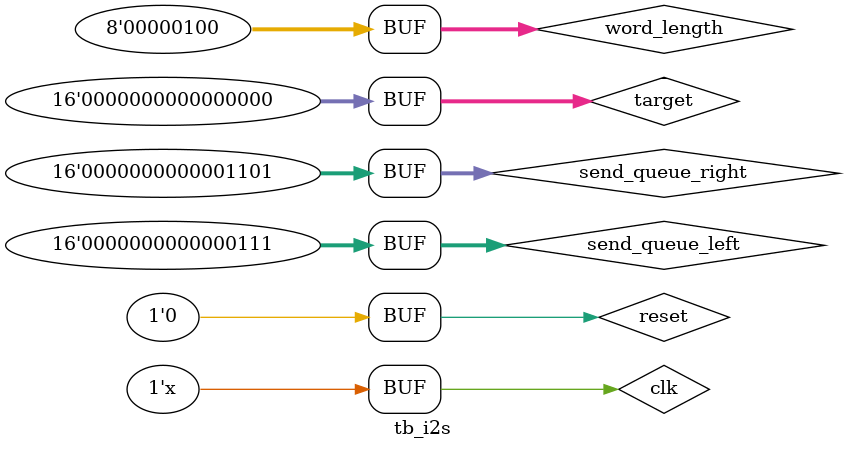
<source format=v>
module tb_i2s ();

    reg clk, reset;
    reg [7:0] word_length;
    reg [15:0] send_queue_left, send_queue_right;
    
    wire ready, bit_clk, frame_clk, data;
    wire [7:0] counter;

    reg [15:0] target;
    reg [7:0] i;

    i2s bus (
        .clk(clk),
        .reset(reset),
        .word_length(word_length),
        .send_queue_left(send_queue_left),
        .send_queue_right(send_queue_right),
        .bit_clk(bit_clk),
        .frame_clk(frame_clk),
        .data(data),
        .counter_out(counter)
    );

    always #1 clk <= ~clk;
    initial clk <= 1'h0;

    initial begin
        word_length = 8'd4;
        target = 16'd0;
        send_queue_left = 16'd7;
        send_queue_right = 16'd13;
        reset = 0; #1; reset = 1; #1 reset = 0;
    end

endmodule
</source>
